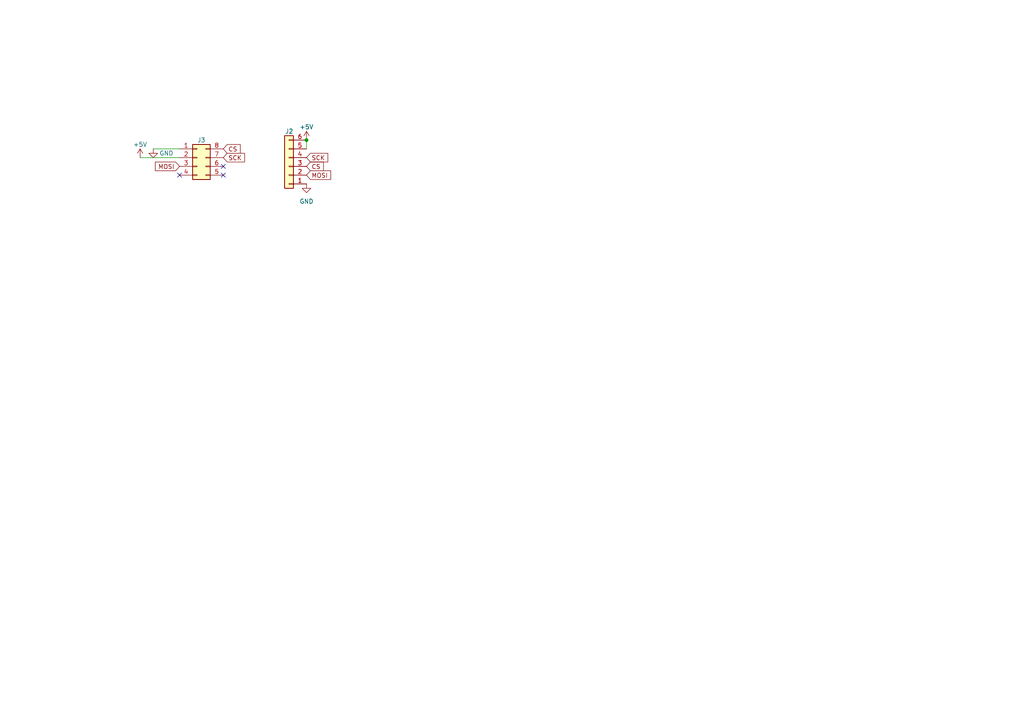
<source format=kicad_sch>
(kicad_sch (version 20230121) (generator eeschema)
  (paper "A4")
  (lib_symbols
    (symbol "Connector_Generic:Conn_01x06" (pin_names (offset 1.016) hide)
      (property "Reference" "J" (at 0 7.62 0))
      (property "Value" "Conn_01x06" (at 0 -10.16 0))
      (symbol "Conn_01x06_1_1"
        (rectangle (start -1.27 -7.493) (end 0 -7.747) (stroke (width 0.1524)))
        (rectangle (start -1.27 -4.953) (end 0 -5.207) (stroke (width 0.1524)))
        (rectangle (start -1.27 -2.413) (end 0 -2.667) (stroke (width 0.1524)))
        (rectangle (start -1.27 0.127) (end 0 -0.127) (stroke (width 0.1524)))
        (rectangle (start -1.27 2.667) (end 0 2.413) (stroke (width 0.1524)))
        (rectangle (start -1.27 5.207) (end 0 4.953) (stroke (width 0.1524)))
        (rectangle (start -1.27 6.35) (end 1.27 -8.89) (stroke (width 0.254)) (fill (type background)))
        (pin passive line (at -5.08 5.08 0) (length 3.81) (name "Pin_1") (number "1"))
        (pin passive line (at -5.08 2.54 0) (length 3.81) (name "Pin_2") (number "2"))
        (pin passive line (at -5.08 0 0) (length 3.81) (name "Pin_3") (number "3"))
        (pin passive line (at -5.08 -2.54 0) (length 3.81) (name "Pin_4") (number "4"))
        (pin passive line (at -5.08 -5.08 0) (length 3.81) (name "Pin_5") (number "5"))
        (pin passive line (at -5.08 -7.62 0) (length 3.81) (name "Pin_6") (number "6"))
      )
    )
    (symbol "Connector_Generic:Conn_02x04_Counter_Clockwise" (pin_names (offset 1.016) hide)
      (property "Reference" "J" (at 1.27 5.08 0))
      (property "Value" "Conn_02x04_Counter_Clockwise" (at 1.27 -7.62 0))
      (symbol "Conn_02x04_Counter_Clockwise_1_1"
        (rectangle (start -1.27 -4.953) (end 0 -5.207) (stroke (width 0.1524)))
        (rectangle (start -1.27 -2.413) (end 0 -2.667) (stroke (width 0.1524)))
        (rectangle (start -1.27 0.127) (end 0 -0.127) (stroke (width 0.1524)))
        (rectangle (start -1.27 2.667) (end 0 2.413) (stroke (width 0.1524)))
        (rectangle (start -1.27 3.81) (end 3.81 -6.35) (stroke (width 0.254)) (fill (type background)))
        (rectangle (start 3.81 -4.953) (end 2.54 -5.207) (stroke (width 0.1524)))
        (rectangle (start 3.81 -2.413) (end 2.54 -2.667) (stroke (width 0.1524)))
        (rectangle (start 3.81 0.127) (end 2.54 -0.127) (stroke (width 0.1524)))
        (rectangle (start 3.81 2.667) (end 2.54 2.413) (stroke (width 0.1524)))
        (pin passive line (at -5.08 2.54 0) (length 3.81) (name "Pin_1") (number "1"))
        (pin passive line (at -5.08 0 0) (length 3.81) (name "Pin_2") (number "2"))
        (pin passive line (at -5.08 -2.54 0) (length 3.81) (name "Pin_3") (number "3"))
        (pin passive line (at -5.08 -5.08 0) (length 3.81) (name "Pin_4") (number "4"))
        (pin passive line (at 7.62 -5.08 180) (length 3.81) (name "Pin_5") (number "5"))
        (pin passive line (at 7.62 -2.54 180) (length 3.81) (name "Pin_6") (number "6"))
        (pin passive line (at 7.62 0 180) (length 3.81) (name "Pin_7") (number "7"))
        (pin passive line (at 7.62 2.54 180) (length 3.81) (name "Pin_8") (number "8"))
      )
    )
    (symbol "power:+5V" (power) (pin_names (offset 0))
      (property "Value" "+5V" (at 0 3.556 0))
      (symbol "+5V_0_1"
        (polyline (pts (xy -0.762 1.27) (xy 0 2.54)))
        (polyline (pts (xy 0 0) (xy 0 2.54)))
        (polyline (pts (xy 0 2.54) (xy 0.762 1.27)))
      )
      (symbol "+5V_1_1"
        (pin power_in line (at 0 0 90) (length 0) hide (name "+5V") (number "1"))
      )
    )
    (symbol "power:GND" (power) (pin_names (offset 0))
      (property "Value" "GND" (at 0 -3.81 0))
      (symbol "GND_0_1"
        (polyline (pts (xy 0 0) (xy 0 -1.27) (xy 1.27 -1.27) (xy 0 -2.54) (xy -1.27 -1.27) (xy 0 -1.27)))
      )
      (symbol "GND_1_1"
        (pin power_in line (at 0 0 270) (length 0) hide (name "GND") (number "1"))
      )
    )
  )
  (junction (at 88.9 40.64))
  (no_connect (at 64.77 48.26))
  (no_connect (at 64.77 50.8))
  (no_connect (at 52.07 50.8))
  (wire (pts (xy 40.64 45.72) (xy 52.07 45.72)))
  (wire (pts (xy 88.9 40.64) (xy 88.9 43.18)))
  (wire (pts (xy 44.45 43.18) (xy 52.07 43.18)))
  (global_label "CS" (shape input) (at 88.9 48.26 0) (property "Intersheetrefs" "${INTERSHEET_REFS}" (effects hide)))
  (global_label "SCK" (shape input) (at 88.9 45.72 0) (property "Intersheetrefs" "${INTERSHEET_REFS}" (effects hide)))
  (global_label "CS" (shape input) (at 64.77 43.18 0) (property "Intersheetrefs" "${INTERSHEET_REFS}" (effects hide)))
  (global_label "MOSI" (shape input) (at 52.07 48.26 180) (property "Intersheetrefs" "${INTERSHEET_REFS}" (effects hide)))
  (global_label "MOSI" (shape input) (at 88.9 50.8 0) (property "Intersheetrefs" "${INTERSHEET_REFS}" (effects hide)))
  (global_label "SCK" (shape input) (at 64.77 45.72 0) (property "Intersheetrefs" "${INTERSHEET_REFS}" (effects hide)))
  (symbol (lib_id "power:+5V") (at 40.64 45.72 0) (unit 1)
    (property "Reference" "#PWR04" (effects hide))
    (property "Value" "+5V" (at 40.64 41.91 0))
  )
  (symbol (lib_id "power:GND") (at 88.9 53.34 0) (unit 1)
    (property "Reference" "#PWR02" (effects hide))
    (property "Value" "GND" (at 88.9 58.42 0))
  )
  (symbol (lib_id "Connector_Generic:Conn_01x06") (at 83.82 48.26 180) (unit 1)
    (property "Reference" "J2" (at 85.09 38.1 0) (effects (justify left)))
    (property "Value" "Conn_01x06" (effects hide))
    (property "Footprint" "Connector_PinHeader_2.54mm:PinHeader_1x06_P2.54mm_Vertical" (effects hide))
  )
  (symbol (lib_id "power:+5V") (at 88.9 40.64 0) (unit 1)
    (property "Reference" "#PWR01" (effects hide))
    (property "Value" "+5V" (at 88.9 36.83 0))
  )
  (symbol (lib_id "Connector_Generic:Conn_02x04_Counter_Clockwise") (at 57.15 45.72 0) (unit 1)
    (property "Reference" "J3" (at 58.42 40.64 0))
    (property "Value" "Conn_02x04_Counter_Clockwise" (effects hide))
    (property "Footprint" "Connector_PinHeader_2.54mm:PinHeader_2x04_P2.54mm_Vertical" (effects hide))
  )
  (symbol (lib_id "power:GND") (at 44.45 43.18 0) (unit 1)
    (property "Reference" "#PWR03" (effects hide))
    (property "Value" "GND" (at 48.26 44.45 0))
  )
)
</source>
